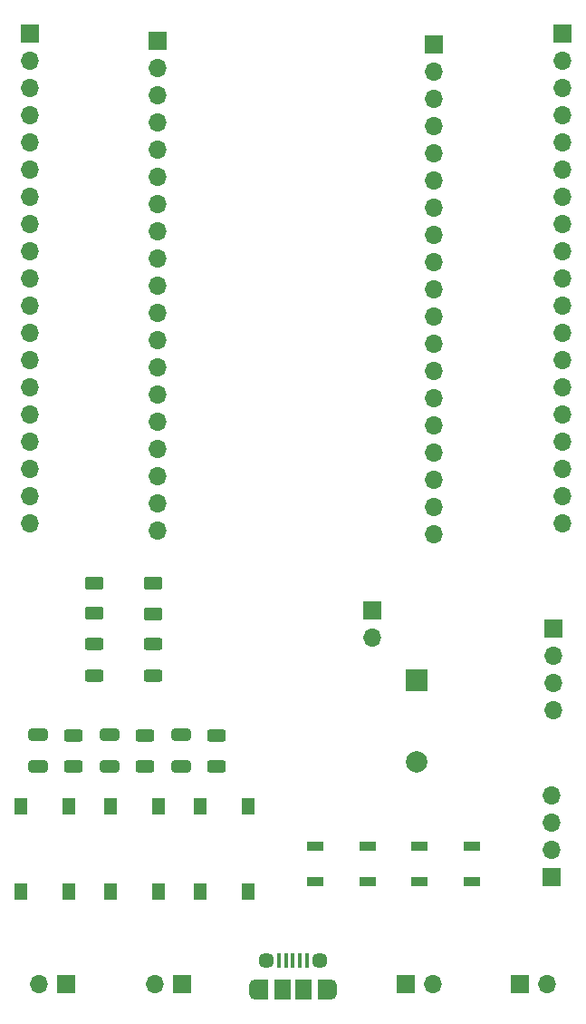
<source format=gbr>
%TF.GenerationSoftware,KiCad,Pcbnew,7.0.5-7.0.5~ubuntu22.04.1*%
%TF.CreationDate,2023-07-06T21:51:13-03:00*%
%TF.ProjectId,Dev-kit-multiboards,4465762d-6b69-4742-9d6d-756c7469626f,rev?*%
%TF.SameCoordinates,Original*%
%TF.FileFunction,Soldermask,Top*%
%TF.FilePolarity,Negative*%
%FSLAX46Y46*%
G04 Gerber Fmt 4.6, Leading zero omitted, Abs format (unit mm)*
G04 Created by KiCad (PCBNEW 7.0.5-7.0.5~ubuntu22.04.1) date 2023-07-06 21:51:13*
%MOMM*%
%LPD*%
G01*
G04 APERTURE LIST*
G04 Aperture macros list*
%AMRoundRect*
0 Rectangle with rounded corners*
0 $1 Rounding radius*
0 $2 $3 $4 $5 $6 $7 $8 $9 X,Y pos of 4 corners*
0 Add a 4 corners polygon primitive as box body*
4,1,4,$2,$3,$4,$5,$6,$7,$8,$9,$2,$3,0*
0 Add four circle primitives for the rounded corners*
1,1,$1+$1,$2,$3*
1,1,$1+$1,$4,$5*
1,1,$1+$1,$6,$7*
1,1,$1+$1,$8,$9*
0 Add four rect primitives between the rounded corners*
20,1,$1+$1,$2,$3,$4,$5,0*
20,1,$1+$1,$4,$5,$6,$7,0*
20,1,$1+$1,$6,$7,$8,$9,0*
20,1,$1+$1,$8,$9,$2,$3,0*%
G04 Aperture macros list end*
%ADD10R,1.700000X1.700000*%
%ADD11O,1.700000X1.700000*%
%ADD12R,1.300000X1.550000*%
%ADD13R,1.500000X0.900000*%
%ADD14R,1.500000X1.900000*%
%ADD15C,1.450000*%
%ADD16R,1.200000X1.900000*%
%ADD17O,1.200000X1.900000*%
%ADD18R,0.400000X1.350000*%
%ADD19RoundRect,0.250000X0.650000X-0.325000X0.650000X0.325000X-0.650000X0.325000X-0.650000X-0.325000X0*%
%ADD20RoundRect,0.250000X0.625000X-0.375000X0.625000X0.375000X-0.625000X0.375000X-0.625000X-0.375000X0*%
%ADD21RoundRect,0.250000X-0.625000X0.312500X-0.625000X-0.312500X0.625000X-0.312500X0.625000X0.312500X0*%
%ADD22R,2.000000X2.000000*%
%ADD23C,2.000000*%
G04 APERTURE END LIST*
D10*
%TO.C,JP1*%
X125840000Y-92110000D03*
D11*
X125840000Y-94650000D03*
%TD*%
D12*
%TO.C,BUTTON3*%
X114265000Y-118355000D03*
X114265000Y-110405000D03*
X109765000Y-110405000D03*
X109765000Y-118355000D03*
%TD*%
%TO.C,BUTTON2*%
X105880000Y-118355000D03*
X105880000Y-110405000D03*
X101380000Y-110405000D03*
X101380000Y-118355000D03*
%TD*%
%TO.C,BUTTON1*%
X97495000Y-118355000D03*
X97495000Y-110405000D03*
X92995000Y-110405000D03*
X92995000Y-118355000D03*
%TD*%
D13*
%TO.C,RGB1*%
X135140000Y-117440000D03*
X135140000Y-114140000D03*
X130240000Y-117440000D03*
X130240000Y-114140000D03*
%TD*%
%TO.C,RGB2*%
X125410000Y-117440000D03*
X125410000Y-114140000D03*
X120510000Y-117440000D03*
X120510000Y-114140000D03*
%TD*%
D14*
%TO.C,J10*%
X119430000Y-127487500D03*
D15*
X120930000Y-124787500D03*
D16*
X115530000Y-127487500D03*
D17*
X114930000Y-127487500D03*
D15*
X115930000Y-124787500D03*
D17*
X121930000Y-127487500D03*
D16*
X121330000Y-127487500D03*
D14*
X117430000Y-127487500D03*
D18*
X119730000Y-124787500D03*
X119080000Y-124787500D03*
X118430000Y-124787500D03*
X117780000Y-124787500D03*
X117130000Y-124787500D03*
%TD*%
D19*
%TO.C,C2*%
X101257000Y-106695000D03*
X101257000Y-103745000D03*
%TD*%
D20*
%TO.C,LED2*%
X105320000Y-92402500D03*
X105320000Y-89602500D03*
%TD*%
D21*
%TO.C,R1*%
X97909000Y-103757500D03*
X97909000Y-106682500D03*
%TD*%
D10*
%TO.C,J2*%
X142760000Y-93790000D03*
D11*
X142760000Y-96330000D03*
X142760000Y-98870000D03*
X142760000Y-101410000D03*
%TD*%
D10*
%TO.C,J7*%
X108080000Y-126950000D03*
D11*
X105540000Y-126950000D03*
%TD*%
D10*
%TO.C,J4*%
X105760000Y-38916250D03*
D11*
X105760000Y-41456250D03*
X105760000Y-43996250D03*
X105760000Y-46536250D03*
X105760000Y-49076250D03*
X105760000Y-51616250D03*
X105760000Y-54156250D03*
X105760000Y-56696250D03*
X105760000Y-59236250D03*
X105760000Y-61776250D03*
X105760000Y-64316250D03*
X105760000Y-66856250D03*
X105760000Y-69396250D03*
X105760000Y-71936250D03*
X105760000Y-74476250D03*
X105760000Y-77016250D03*
X105760000Y-79556250D03*
X105760000Y-82096250D03*
X105760000Y-84636250D03*
%TD*%
D21*
%TO.C,R2*%
X104605000Y-103757500D03*
X104605000Y-106682500D03*
%TD*%
D10*
%TO.C,J9*%
X143650000Y-38270000D03*
D11*
X143650000Y-40810000D03*
X143650000Y-43350000D03*
X143650000Y-45890000D03*
X143650000Y-48430000D03*
X143650000Y-50970000D03*
X143650000Y-53510000D03*
X143650000Y-56050000D03*
X143650000Y-58590000D03*
X143650000Y-61130000D03*
X143650000Y-63670000D03*
X143650000Y-66210000D03*
X143650000Y-68750000D03*
X143650000Y-71290000D03*
X143650000Y-73830000D03*
X143650000Y-76370000D03*
X143650000Y-78910000D03*
X143650000Y-81450000D03*
X143650000Y-83990000D03*
%TD*%
D21*
%TO.C,R3*%
X111301000Y-103757500D03*
X111301000Y-106682500D03*
%TD*%
D11*
%TO.C,J3*%
X142140000Y-126950000D03*
D10*
X139600000Y-126950000D03*
%TD*%
%TO.C,J6*%
X128930000Y-126950000D03*
D11*
X131470000Y-126950000D03*
%TD*%
D21*
%TO.C,R5*%
X105350000Y-95280000D03*
X105350000Y-98205000D03*
%TD*%
D19*
%TO.C,C3*%
X107953000Y-106695000D03*
X107953000Y-103745000D03*
%TD*%
%TO.C,C1*%
X94561000Y-106695000D03*
X94561000Y-103745000D03*
%TD*%
D20*
%TO.C,LED1*%
X99820000Y-92342500D03*
X99820000Y-89542500D03*
%TD*%
D10*
%TO.C,J5*%
X131560000Y-39256250D03*
D11*
X131560000Y-41796250D03*
X131560000Y-44336250D03*
X131560000Y-46876250D03*
X131560000Y-49416250D03*
X131560000Y-51956250D03*
X131560000Y-54496250D03*
X131560000Y-57036250D03*
X131560000Y-59576250D03*
X131560000Y-62116250D03*
X131560000Y-64656250D03*
X131560000Y-67196250D03*
X131560000Y-69736250D03*
X131560000Y-72276250D03*
X131560000Y-74816250D03*
X131560000Y-77356250D03*
X131560000Y-79896250D03*
X131560000Y-82436250D03*
X131560000Y-84976250D03*
%TD*%
D10*
%TO.C,J12*%
X97190000Y-126950000D03*
D11*
X94650000Y-126950000D03*
%TD*%
D10*
%TO.C,J8*%
X93830000Y-38270000D03*
D11*
X93830000Y-40810000D03*
X93830000Y-43350000D03*
X93830000Y-45890000D03*
X93830000Y-48430000D03*
X93830000Y-50970000D03*
X93830000Y-53510000D03*
X93830000Y-56050000D03*
X93830000Y-58590000D03*
X93830000Y-61130000D03*
X93830000Y-63670000D03*
X93830000Y-66210000D03*
X93830000Y-68750000D03*
X93830000Y-71290000D03*
X93830000Y-73830000D03*
X93830000Y-76370000D03*
X93830000Y-78910000D03*
X93830000Y-81450000D03*
X93830000Y-83990000D03*
%TD*%
D10*
%TO.C,J1*%
X142570000Y-116970000D03*
D11*
X142570000Y-114430000D03*
X142570000Y-111890000D03*
X142570000Y-109350000D03*
%TD*%
D21*
%TO.C,R4*%
X99840000Y-95250000D03*
X99840000Y-98175000D03*
%TD*%
D22*
%TO.C,BUZZER1*%
X129990000Y-98650000D03*
D23*
X129990000Y-106250000D03*
%TD*%
M02*

</source>
